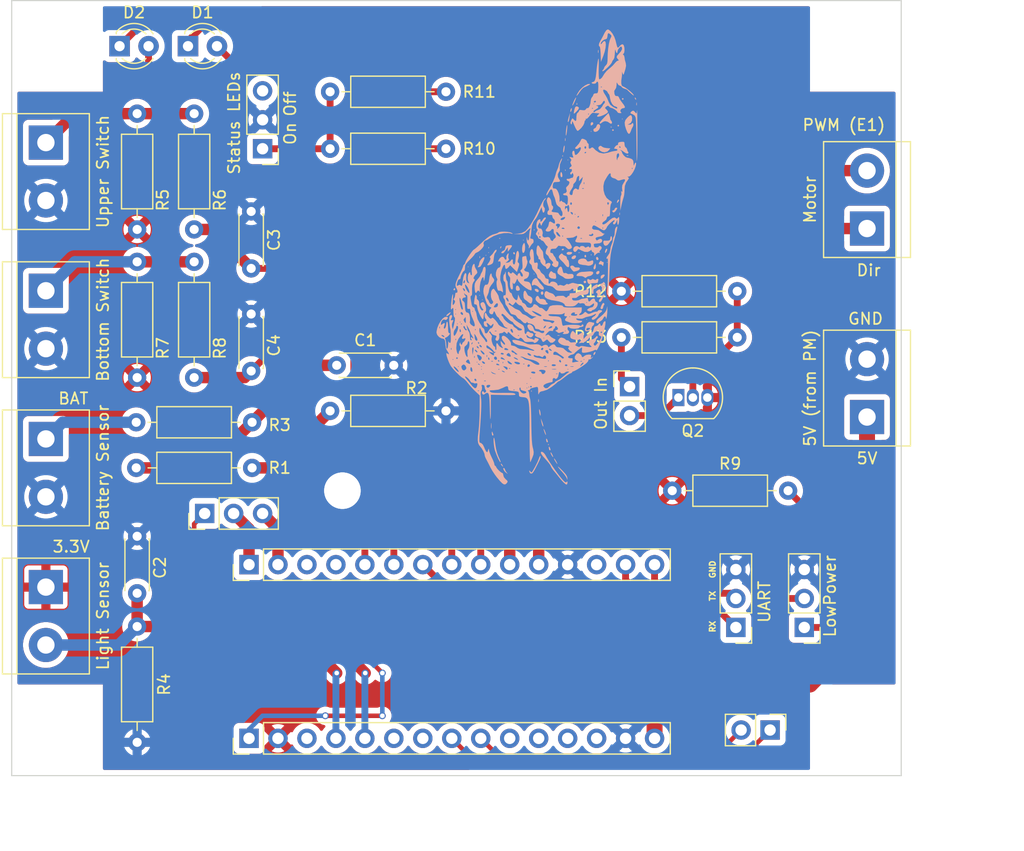
<source format=kicad_pcb>
(kicad_pcb (version 20241229) (generator "pcbnew") (generator_version "9.0")
  (title_block (date "sam. 04 avril 2015"))
  (layers (0 "F.Cu" signal) (2 "B.Cu" signal) (13 "F.Paste" user) (15 "B.Paste" user) (5 "F.SilkS" user "F.Silkscreen") (7 "B.SilkS" user "B.Silkscreen") (1 "F.Mask" user) (3 "B.Mask" user) (25 "Edge.Cuts" user))
  (net 0 "")
  (net 1 "GND")
  (net 3 "VCC")
  (net 4 "/*D9")
  (net 5 "/D8")
  (net 6 "/D7")
  (net 7 "/*D6")
  (net 8 "/*D5")
  (net 9 "/D4")
  (net 10 "+5V")
  (net 11 "/A3")
  (net 12 "/A2")
  (net 13 "/A1")
  (net 14 "/A0")
  (net 15 "/AREF")
  (net 16 "/D0{slash}RX")
  (net 17 "/D1{slash}TX")
  (net 18 "+3V3")
  (net 19 "/A7")
  (net 20 "/A6")
  (net 21 "/A5{slash}SCL")
  (net 22 "/A4{slash}SDA")
  (net 23 "/D13{slash}SCK")
  (net 24 "/D2")
  (net 25 "/*D3")
  (net 26 "/*D10{slash}SS")
  (net 27 "/*D11{slash}MOSI")
  (net 28 "/D12{slash}MISO")
  (net 29 "Net-(D1-K)")
  (net 30 "Net-(D2-K)")
  (net 31 "Net-(J3-Pin_1)")
  (net 32 "Net-(J5-Pin_1)")
  (net 33 "Net-(J6-Pin_1)")
  (net 34 "Net-(J9-Pin_1)")
  (net 35 "Net-(J10-Pin_1)")
  (net 37 "Net-(R1-Pad2)")
  (net 39 "Net-(J14-Pin_2)")
  (net 40 "Net-(J14-Pin_1)")
  (net 41 "Net-(Q2-G)")
  (footprint "TerminalBlock:TerminalBlock_bornier-2_P5.08mm" (layer "F.Cu") (at 86 59.46 -90)
    (property "Reference" "J6" (hide yes))
    (property "Value" "Bottom Switch" (at 2.54 -5 90) (layer "F.SilkS"))
    (pad "1" thru_hole rect (at 0 0 270) (size 3 3) (drill 1.52) (layers "*.Cu" "*.Mask") (net 33 "Net-(J6-Pin_1)"))
    (pad "2" thru_hole circle (at 5.08 0 270) (size 3 3) (drill 1.52) (layers "*.Cu" "*.Mask") (net 1 "GND"))
  )
  (footprint "Resistor_THT:R_Axial_DIN0207_L6.3mm_D2.5mm_P10.16mm_Horizontal" (layer "F.Cu") (at 121.08 42 180)
    (property "Reference" "R11" (at -2.92 0 0) (layer "F.SilkS"))
    (property "Value" "220")
    (pad "1" thru_hole circle (at 0 0 180) (size 1.6 1.6) (drill 0.8) (layers "*.Cu" "*.Mask") (net 30 "Net-(D2-K)"))
    (pad "2" thru_hole oval (at 10.16 0 180) (size 1.6 1.6) (drill 0.8) (layers "*.Cu" "*.Mask") (net 35 "Net-(J10-Pin_1)"))
  )
  (footprint "LED_THT:LED_D3.0mm" (layer "F.Cu") (at 98.46 38)
    (property "Reference" "D1" (at 1.27 -2.96 0) (layer "F.SilkS"))
    (property "Value" "LED")
    (pad "1" thru_hole rect (at 0 0) (size 1.8 1.8) (drill 0.9) (layers "*.Cu" "*.Mask") (net 29 "Net-(D1-K)"))
    (pad "2" thru_hole circle (at 2.54 0) (size 1.8 1.8) (drill 0.9) (layers "*.Cu" "*.Mask") (net 9 "/D4"))
  )
  (footprint "Resistor_THT:R_Axial_DIN0207_L6.3mm_D2.5mm_P10.16mm_Horizontal" (layer "F.Cu") (at 136.46 63.55)
    (property "Reference" "R13" (at -2.71 -0.05 0) (layer "F.SilkS"))
    (property "Value" "1k")
    (pad "1" thru_hole circle (at 0 0) (size 1.6 1.6) (drill 0.8) (layers "*.Cu" "*.Mask") (net 40 "Net-(J14-Pin_1)"))
    (pad "2" thru_hole oval (at 10.16 0) (size 1.6 1.6) (drill 0.8) (layers "*.Cu" "*.Mask") (net 41 "Net-(Q2-G)"))
  )
  (footprint "Connector_PinHeader_2.54mm:PinHeader_1x15_P2.54mm_Vertical" (layer "F.Cu") (at 103.81 83.49 90)
    (property "Reference" "J2" (hide yes))
    (property "Value" "Conn_01x15" (hide yes))
    (pad "1" thru_hole rect (at 0 0 90) (size 1.7 1.7) (drill 1) (layers "*.Cu" "*.Mask") (net 28 "/D12{slash}MISO"))
    (pad "2" thru_hole circle (at 0 2.54 90) (size 1.7 1.7) (drill 1) (layers "*.Cu" "*.Mask") (net 27 "/*D11{slash}MOSI"))
    (pad "3" thru_hole circle (at 0 5.08 90) (size 1.7 1.7) (drill 1) (layers "*.Cu" "*.Mask") (net 26 "/*D10{slash}SS"))
    (pad "4" thru_hole circle (at 0 7.62 90) (size 1.7 1.7) (drill 1) (layers "*.Cu" "*.Mask") (net 4 "/*D9"))
    (pad "5" thru_hole circle (at 0 10.16 90) (size 1.7 1.7) (drill 1) (layers "*.Cu" "*.Mask") (net 5 "/D8"))
    (pad "6" thru_hole circle (at 0 12.7 90) (size 1.7 1.7) (drill 1) (layers "*.Cu" "*.Mask") (net 6 "/D7"))
    (pad "7" thru_hole circle (at 0 15.24 90) (size 1.7 1.7) (drill 1) (layers "*.Cu" "*.Mask") (net 7 "/*D6"))
    (pad "8" thru_hole circle (at 0 17.78 90) (size 1.7 1.7) (drill 1) (layers "*.Cu" "*.Mask") (net 8 "/*D5"))
    (pad "9" thru_hole circle (at 0 20.32 90) (size 1.7 1.7) (drill 1) (layers "*.Cu" "*.Mask") (net 9 "/D4"))
    (pad "10" thru_hole circle (at 0 22.86 90) (size 1.7 1.7) (drill 1) (layers "*.Cu" "*.Mask") (net 25 "/*D3"))
    (pad "11" thru_hole circle (at 0 25.4 90) (size 1.7 1.7) (drill 1) (layers "*.Cu" "*.Mask") (net 24 "/D2"))
    (pad "12" thru_hole circle (at 0 27.94 90) (size 1.7 1.7) (drill 1) (layers "*.Cu" "*.Mask") (net 1 "GND"))
    (pad "13" thru_hole circle (at 0 30.48 90) (size 1.7 1.7) (drill 1) (layers "*.Cu" "*.Mask"))
    (pad "14" thru_hole circle (at 0 33.02 90) (size 1.7 1.7) (drill 1) (layers "*.Cu" "*.Mask") (net 16 "/D0{slash}RX"))
    (pad "15" thru_hole circle (at 0 35.56 90) (size 1.7 1.7) (drill 1) (layers "*.Cu" "*.Mask") (net 17 "/D1{slash}TX"))
  )
  (footprint "Resistor_THT:R_Axial_DIN0207_L6.3mm_D2.5mm_P10.16mm_Horizontal" (layer "F.Cu") (at 93.92 71)
    (property "Reference" "R3" (at 12.58 0.25 0) (layer "F.SilkS"))
    (property "Value" "1M")
    (pad "1" thru_hole circle (at 0 0) (size 1.6 1.6) (drill 0.8) (layers "*.Cu" "*.Mask") (net 31 "Net-(J3-Pin_1)"))
    (pad "2" thru_hole oval (at 10.16 0) (size 1.6 1.6) (drill 0.8) (layers "*.Cu" "*.Mask") (net 13 "/A1"))
  )
  (footprint "Resistor_THT:R_Axial_DIN0207_L6.3mm_D2.5mm_P10.16mm_Horizontal" (layer "F.Cu") (at 136.46 59.5)
    (property "Reference" "R12" (at -2.71 0 0) (layer "F.SilkS"))
    (property "Value" "10k")
    (pad "1" thru_hole circle (at 0 0) (size 1.6 1.6) (drill 0.8) (layers "*.Cu" "*.Mask") (net 18 "+3V3"))
    (pad "2" thru_hole oval (at 10.16 0) (size 1.6 1.6) (drill 0.8) (layers "*.Cu" "*.Mask") (net 41 "Net-(Q2-G)"))
  )
  (footprint "Connector_PinHeader_2.54mm:PinHeader_1x03_P2.54mm_Vertical" (layer "F.Cu") (at 99.92 79 90)
    (property "Reference" "J12" (hide yes))
    (property "Value" "SPI")
    (pad "1" thru_hole rect (at 0 0 90) (size 1.7 1.7) (drill 1) (layers "*.Cu" "*.Mask") (net 23 "/D13{slash}SCK"))
    (pad "2" thru_hole circle (at 0 2.54 90) (size 1.7 1.7) (drill 1) (layers "*.Cu" "*.Mask") (net 28 "/D12{slash}MISO"))
    (pad "3" thru_hole circle (at 0 5.08 90) (size 1.7 1.7) (drill 1) (layers "*.Cu" "*.Mask") (net 27 "/*D11{slash}MOSI"))
  )
  (footprint "Resistor_THT:R_Axial_DIN0207_L6.3mm_D2.5mm_P10.16mm_Horizontal" (layer "F.Cu") (at 121.08 47 180)
    (property "Reference" "R10" (at -2.92 0 0) (layer "F.SilkS"))
    (property "Value" "220")
    (pad "1" thru_hole circle (at 0 0 180) (size 1.6 1.6) (drill 0.8) (layers "*.Cu" "*.Mask") (net 29 "Net-(D1-K)"))
    (pad "2" thru_hole oval (at 10.16 0 180) (size 1.6 1.6) (drill 0.8) (layers "*.Cu" "*.Mask") (net 35 "Net-(J10-Pin_1)"))
  )
  (footprint "Resistor_THT:R_Axial_DIN0207_L6.3mm_D2.5mm_P10.16mm_Horizontal" (layer "F.Cu") (at 99 43.92 -90)
    (property "Reference" "R6" (at 7.58 -2.25 90) (layer "F.SilkS"))
    (property "Value" "100k")
    (pad "1" thru_hole circle (at 0 0 270) (size 1.6 1.6) (drill 0.8) (layers "*.Cu" "*.Mask") (net 32 "Net-(J5-Pin_1)"))
    (pad "2" thru_hole oval (at 10.16 0 270) (size 1.6 1.6) (drill 0.8) (layers "*.Cu" "*.Mask") (net 6 "/D7"))
  )
  (footprint "MountingHole:MountingHole_3.2mm_M3" (layer "F.Cu") (at 157 38)
    (property "Reference" "H2" (hide yes))
    (property "Value" "MountingHole" (hide yes))
    (pad "" np_thru_hole circle (at 0 0) (size 3.2 3.2) (drill 3.2) (layers "*.Cu" "*.Mask"))
  )
  (footprint "MountingHole:MountingHole_3.2mm_M3" (layer "F.Cu") (at 87 38)
    (property "Reference" "H1" (hide yes))
    (property "Value" "MountingHole" (hide yes))
    (pad "" np_thru_hole circle (at 0 0) (size 3.2 3.2) (drill 3.2) (layers "*.Cu" "*.Mask"))
  )
  (footprint "TerminalBlock:TerminalBlock_bornier-2_P5.08mm" (layer "F.Cu") (at 158 54 90)
    (property "Reference" "J7" (hide yes))
    (property "Value" "Motor" (at 2.54 -5 90) (layer "F.SilkS"))
    (pad "1" thru_hole rect (at 0 0 90) (size 3 3) (drill 1.52) (layers "*.Cu" "*.Mask") (net 24 "/D2"))
    (pad "2" thru_hole circle (at 5.08 0 90) (size 3 3) (drill 1.52) (layers "*.Cu" "*.Mask") (net 25 "/*D3"))
  )
  (footprint "Resistor_THT:R_Axial_DIN0207_L6.3mm_D2.5mm_P10.16mm_Horizontal" (layer "F.Cu") (at 93.92 75)
    (property "Reference" "R1" (at 12.58 0 0) (layer "F.SilkS"))
    (property "Value" "1M")
    (pad "1" thru_hole circle (at 0 0) (size 1.6 1.6) (drill 0.8) (layers "*.Cu" "*.Mask") (net 13 "/A1"))
    (pad "2" thru_hole oval (at 10.16 0) (size 1.6 1.6) (drill 0.8) (layers "*.Cu" "*.Mask") (net 37 "Net-(R1-Pad2)"))
  )
  (footprint "MountingHole:MountingHole_3.2mm_M3" (layer "F.Cu") (at 87 98)
    (property "Reference" "H4" (hide yes))
    (property "Value" "MountingHole" (hide yes))
    (pad "" np_thru_hole circle (at 0 0) (size 3.2 3.2) (drill 3.2) (layers "*.Cu" "*.Mask"))
  )
  (footprint "Capacitor_THT:C_Disc_D4.3mm_W1.9mm_P5.00mm" (layer "F.Cu") (at 94 86 90)
    (property "Reference" "C2" (at 2.25 2 90) (layer "F.SilkS"))
    (property "Value" "100n")
    (pad "1" thru_hole circle (at 0 0 90) (size 1.6 1.6) (drill 0.8) (layers "*.Cu" "*.Mask") (net 14 "/A0"))
    (pad "2" thru_hole circle (at 5 0 90) (size 1.6 1.6) (drill 0.8) (layers "*.Cu" "*.Mask") (net 1 "GND"))
  )
  (footprint "Resistor_THT:R_Axial_DIN0207_L6.3mm_D2.5mm_P10.16mm_Horizontal" (layer "F.Cu") (at 99 56.92 -90)
    (property "Reference" "R8" (at 7.58 -2.25 90) (layer "F.SilkS"))
    (property "Value" "100k")
    (pad "1" thru_hole circle (at 0 0 270) (size 1.6 1.6) (drill 0.8) (layers "*.Cu" "*.Mask") (net 33 "Net-(J6-Pin_1)"))
    (pad "2" thru_hole oval (at 10.16 0 270) (size 1.6 1.6) (drill 0.8) (layers "*.Cu" "*.Mask") (net 5 "/D8"))
  )
  (footprint "TerminalBlock:TerminalBlock_bornier-2_P5.08mm" (layer "F.Cu") (at 86 85.46 -90)
    (property "Reference" "J4" (hide yes))
    (property "Value" "Light Sensor" (at 2.54 -5 90) (layer "F.SilkS"))
    (pad "1" thru_hole rect (at 0 0 270) (size 3 3) (drill 1.52) (layers "*.Cu" "*.Mask") (net 18 "+3V3"))
    (pad "2" thru_hole circle (at 5.08 0 270) (size 3 3) (drill 1.52) (layers "*.Cu" "*.Mask") (net 14 "/A0"))
  )
  (footprint "Capacitor_THT:C_Disc_D4.3mm_W1.9mm_P5.00mm" (layer "F.Cu") (at 104 57.5 90)
    (property "Reference" "C3" (at 2.5 2 90) (layer "F.SilkS"))
    (property "Value" "1u")
    (pad "1" thru_hole circle (at 0 0 90) (size 1.6 1.6) (drill 0.8) (layers "*.Cu" "*.Mask") (net 6 "/D7"))
    (pad "2" thru_hole circle (at 5 0 90) (size 1.6 1.6) (drill 0.8) (layers "*.Cu" "*.Mask") (net 1 "GND"))
  )
  (footprint "Capacitor_THT:C_Disc_D4.3mm_W1.9mm_P5.00mm" (layer "F.Cu") (at 104 66.5 90)
    (property "Reference" "C4" (at 2.25 2 90) (layer "F.SilkS"))
    (property "Value" "1u")
    (pad "1" thru_hole circle (at 0 0 90) (size 1.6 1.6) (drill 0.8) (layers "*.Cu" "*.Mask") (net 5 "/D8"))
    (pad "2" thru_hole circle (at 5 0 90) (size 1.6 1.6) (drill 0.8) (layers "*.Cu" "*.Mask") (net 1 "GND"))
  )
  (footprint "MountingHole:MountingHole_3.2mm_M3" (layer "F.Cu") (at 112 77)
    (property "Reference" "H5" (hide yes))
    (property "Value" "MountingHole" (hide yes))
    (pad "" np_thru_hole circle (at 0 0) (size 3.2 3.2) (drill 3.2) (layers "*.Cu" "*.Mask"))
  )
  (footprint "Connector_PinHeader_2.54mm:PinHeader_1x03_P2.54mm_Vertical" (layer "F.Cu") (at 152.5 89 180)
    (property "Reference" "J9" (hide yes))
    (property "Value" "LowPower" (at -2.25 2.75 90) (layer "F.SilkS"))
    (pad "1" thru_hole rect (at 0 0 180) (size 1.7 1.7) (drill 1) (layers "*.Cu" "*.Mask") (net 34 "Net-(J9-Pin_1)"))
    (pad "2" thru_hole circle (at 0 2.54 180) (size 1.7 1.7) (drill 1) (layers "*.Cu" "*.Mask") (net 7 "/*D6"))
    (pad "3" thru_hole circle (at 0 5.08 180) (size 1.7 1.7) (drill 1) (layers "*.Cu" "*.Mask") (net 1 "GND"))
  )
  (footprint "TerminalBlock:TerminalBlock_bornier-2_P5.08mm" (layer "F.Cu") (at 86 46.46 -90)
    (property "Reference" "J5" (hide yes))
    (property "Value" "Upper Switch" (at 2.54 -5 90) (layer "F.SilkS"))
    (pad "1" thru_hole rect (at 0 0 270) (size 3 3) (drill 1.52) (layers "*.Cu" "*.Mask") (net 32 "Net-(J5-Pin_1)"))
    (pad "2" thru_hole circle (at 5.08 0 270) (size 3 3) (drill 1.52) (layers "*.Cu" "*.Mask") (net 1 "GND"))
  )
  (footprint "TerminalBlock:TerminalBlock_bornier-2_P5.08mm" (layer "F.Cu") (at 86 72.46 -90)
    (property "Reference" "J3" (hide yes))
    (property "Value" "Battery Sensor" (at 2.54 -5 90) (layer "F.SilkS"))
    (pad "1" thru_hole rect (at 0 0 270) (size 3 3) (drill 1.52) (layers "*.Cu" "*.Mask") (net 31 "Net-(J3-Pin_1)"))
    (pad "2" thru_hole circle (at 5.08 0 270) (size 3 3) (drill 1.52) (layers "*.Cu" "*.Mask") (net 1 "GND"))
  )
  (footprint "Resistor_THT:R_Axial_DIN0207_L6.3mm_D2.5mm_P10.16mm_Horizontal" (layer "F.Cu") (at 140.92 77)
    (property "Reference" "R9" (at 5.08 -2.37 0) (layer "F.SilkS"))
    (property "Value" "100k")
    (pad "1" thru_hole circle (at 0 0) (size 1.6 1.6) (drill 0.8) (layers "*.Cu" "*.Mask") (net 18 "+3V3"))
    (pad "2" thru_hole oval (at 10.16 0) (size 1.6 1.6) (drill 0.8) (layers "*.Cu" "*.Mask") (net 34 "Net-(J9-Pin_1)"))
  )
  (footprint "Capacitor_THT:C_Disc_D4.3mm_W1.9mm_P5.00mm" (layer "F.Cu") (at 111.5 66)
    (property "Reference" "C1" (at 2.5 -2.2 0) (layer "F.SilkS"))
    (property "Value" "100n")
    (pad "1" thru_hole circle (at 0 0) (size 1.6 1.6) (drill 0.8) (layers "*.Cu" "*.Mask") (net 13 "/A1"))
    (pad "2" thru_hole circle (at 5 0) (size 1.6 1.6) (drill 0.8) (layers "*.Cu" "*.Mask") (net 1 "GND"))
  )
  (footprint "LED_THT:LED_D3.0mm" (layer "F.Cu") (at 92.46 38)
    (property "Reference" "D2" (at 1.27 -2.96 0) (layer "F.SilkS"))
    (property "Value" "LED")
    (pad "1" thru_hole rect (at 0 0) (size 1.8 1.8) (drill 0.9) (layers "*.Cu" "*.Mask") (net 30 "Net-(D2-K)"))
    (pad "2" thru_hole circle (at 2.54 0) (size 1.8 1.8) (drill 0.9) (layers "*.Cu" "*.Mask") (net 8 "/*D5"))
  )
  (footprint "Connector_PinHeader_2.54mm:PinHeader_1x15_P2.54mm_Vertical" (layer "F.Cu") (at 103.81 98.73 90)
    (property "Reference" "J1" (hide yes))
    (property "Value" "Conn_01x15" (hide yes))
    (pad "1" thru_hole rect (at 0 0 90) (size 1.7 1.7) (drill 1) (layers "*.Cu" "*.Mask") (net 23 "/D13{slash}SCK"))
    (pad "2" thru_hole circle (at 0 2.54 90) (size 1.7 1.7) (drill 1) (layers "*.Cu" "*.Mask") (net 18 "+3V3"))
    (pad "3" thru_hole circle (at 0 5.08 90) (size 1.7 1.7) (drill 1) (layers "*.Cu" "*.Mask") (net 15 "/AREF"))
    (pad "4" thru_hole circle (at 0 7.62 90) (size 1.7 1.7) (drill 1) (layers "*.Cu" "*.Mask") (net 14 "/A0"))
    (pad "5" thru_hole circle (at 0 10.16 90) (size 1.7 1.7) (drill 1) (layers "*.Cu" "*.Mask") (net 13 "/A1"))
    (pad "6" thru_hole circle (at 0 12.7 90) (size 1.7 1.7) (drill 1) (layers "*.Cu" "*.Mask") (net 12 "/A2"))
    (pad "7" thru_hole circle (at 0 15.24 90) (size 1.7 1.7) (drill 1) (layers "*.Cu" "*.Mask") (net 11 "/A3"))
    (pad "8" thru_hole circle (at 0 17.78 90) (size 1.7 1.7) (drill 1) (layers "*.Cu" "*.Mask") (net 22 "/A4{slash}SDA"))
    (pad "9" thru_hole circle (at 0 20.32 90) (size 1.7 1.7) (drill 1) (layers "*.Cu" "*.Mask") (net 21 "/A5{slash}SCL"))
    (pad "10" thru_hole circle (at 0 22.86 90) (size 1.7 1.7) (drill 1) (layers "*.Cu" "*.Mask") (net 20 "/A6"))
    (pad "11" thru_hole circle (at 0 25.4 90) (size 1.7 1.7) (drill 1) (layers "*.Cu" "*.Mask") (net 19 "/A7"))
    (pad "12" thru_hole circle (at 0 27.94 90) (size 1.7 1.7) (drill 1) (layers "*.Cu" "*.Mask") (net 10 "+5V"))
    (pad "13" thru_hole circle (at 0 30.48 90) (size 1.7 1.7) (drill 1) (layers "*.Cu" "*.Mask"))
    (pad "14" thru_hole circle (at 0 33.02 90) (size 1.7 1.7) (drill 1) (layers "*.Cu" "*.Mask") (net 1 "GND"))
    (pad "15" thru_hole circle (at 0 35.56 90) (size 1.7 1.7) (drill 1) (layers "*.Cu" "*.Mask") (net 3 "VCC"))
  )
  (footprint "Connector_PinHeader_2.54mm:PinHeader_1x02_P2.54mm_Vertical" (layer "F.Cu") (at 149.5 98 -90)
    (property "Reference" "J13" (hide yes))
    (property "Value" "Conn_01x02" (hide yes))
    (pad "1" thru_hole rect (at 0 0 270) (size 1.7 1.7) (drill 1) (layers "*.Cu" "*.Mask") (net 22 "/A4{slash}SDA"))
    (pad "2" thru_hole circle (at 0 2.54 270) (size 1.7 1.7) (drill 1) (layers "*.Cu" "*.Mask") (net 21 "/A5{slash}SCL"))
  )
  (footprint "Package_TO_SOT_THT:TO-92_Inline" (layer "F.Cu") (at 141.46 68.83)
    (property "Reference" "Q2" (at 1.27 2.92 0) (layer "F.SilkS"))
    (property "Value" "BS250")
    (pad "1" thru_hole rect (at 0 0) (size 1.05 1.5) (drill 0.75) (layers "*.Cu" "*.Mask") (net 39 "Net-(J14-Pin_2)"))
    (pad "2" thru_hole oval (at 1.27 0) (size 1.05 1.5) (drill 0.75) (layers "*.Cu" "*.Mask") (net 41 "Net-(Q2-G)"))
    (pad "3" thru_hole oval (at 2.54 0) (size 1.05 1.5) (drill 0.75) (layers "*.Cu" "*.Mask") (net 18 "+3V3"))
  )
  (footprint "Resistor_THT:R_Axial_DIN0207_L6.3mm_D2.5mm_P10.16mm_Horizontal" (layer "F.Cu") (at 94 54.08 90)
    (property "Reference" "R5" (at 2.58 2.25 90) (layer "F.SilkS"))
    (property "Value" "100k")
    (pad "1" thru_hole circle (at 0 0 90) (size 1.6 1.6) (drill 0.8) (layers "*.Cu" "*.Mask") (net 18 "+3V3"))
    (pad "2" thru_hole oval (at 10.16 0 90) (size 1.6 1.6) (drill 0.8) (layers "*.Cu" "*.Mask") (net 32 "Net-(J5-Pin_1)"))
  )
  (footprint "Resistor_THT:R_Axial_DIN0207_L6.3mm_D2.5mm_P10.16mm_Horizontal" (layer "F.Cu") (at 94 88.92 -90)
    (property "Reference" "R4" (at 5.08 -2.37 90) (layer "F.SilkS"))
    (property "Value" "47k")
    (pad "1" thru_hole circle (at 0 0 270) (size 1.6 1.6) (drill 0.8) (layers "*.Cu" "*.Mask") (net 14 "/A0"))
    (pad "2" thru_hole oval (at 10.16 0 270) (size 1.6 1.6) (drill 0.8) (layers "*.Cu" "*.Mask") (net 1 "GND"))
  )
  (footprint "Connector_PinHeader_2.54mm:PinHeader_1x03_P2.54mm_Vertical" (layer "F.Cu") (at 105 47 180)
    (property "Reference" "J10" (hide yes))
    (property "Value" "Status LEDs" (at 2.5 2.25 90) (layer "F.SilkS"))
    (pad "1" thru_hole rect (at 0 0 180) (size 1.7 1.7) (drill 1) (layers "*.Cu" "*.Mask") (net 35 "Net-(J10-Pin_1)"))
    (pad "2" thru_hole circle (at 0 2.54 180) (size 1.7 1.7) (drill 1) (layers "*.Cu" "*.Mask") (net 1 "GND"))
    (pad "3" thru_hole circle (at 0 5.08 180) (size 1.7 1.7) (drill 1) (layers "*.Cu" "*.Mask"))
  )
  (footprint "Connector_PinHeader_2.54mm:PinHeader_1x02_P2.54mm_Vertical" (layer "F.Cu") (at 137.18 67.87)
    (property "Reference" "J14" (hide yes))
    (property "Value" "Conn_01x02" (hide yes))
    (pad "1" thru_hole rect (at 0 0) (size 1.7 1.7) (drill 1) (layers "*.Cu" "*.Mask") (net 40 "Net-(J14-Pin_1)"))
    (pad "2" thru_hole circle (at 0 2.54) (size 1.7 1.7) (drill 1) (layers "*.Cu" "*.Mask") (net 39 "Net-(J14-Pin_2)"))
  )
  (footprint "Resistor_THT:R_Axial_DIN0207_L6.3mm_D2.5mm_P10.16mm_Horizontal" (layer "F.Cu") (at 94 67.08 90)
    (property "Reference" "R7" (at 2.58 2.25 90) (layer "F.SilkS"))
    (property "Value" "100k")
    (pad "1" thru_hole circle (at 0 0 90) (size 1.6 1.6) (drill 0.8) (layers "*.Cu" "*.Mask") (net 18 "+3V3"))
    (pad "2" thru_hole oval (at 10.16 0 90) (size 1.6 1.6) (drill 0.8) (layers "*.Cu" "*.Mask") (net 33 "Net-(J6-Pin_1)"))
  )
  (footprint "TerminalBlock:TerminalBlock_bornier-2_P5.08mm" (layer "F.Cu") (at 158 70.54 90)
    (property "Reference" "J8" (hide yes))
    (property "Value" "5V (from PM)" (at 2.54 -5 90) (layer "F.SilkS"))
    (pad "1" thru_hole rect (at 0 0 90) (size 3 3) (drill 1.52) (layers "*.Cu" "*.Mask") (net 3 "VCC"))
    (pad "2" thru_hole circle (at 5.08 0 90) (size 3 3) (drill 1.52) (layers "*.Cu" "*.Mask") (net 1 "GND"))
  )
  (footprint "MountingHole:MountingHole_3.2mm_M3" (layer "F.Cu") (at 157 98)
    (property "Reference" "H3" (hide yes))
    (property "Value" "MountingHole" (hide yes))
    (pad "" np_thru_hole circle (at 0 0) (size 3.2 3.2) (drill 3.2) (layers "*.Cu" "*.Mask"))
  )
  (footprint "Connector_PinHeader_2.54mm:PinHeader_1x03_P2.54mm_Vertical" (layer "F.Cu") (at 146.5 89 180)
    (property "Reference" "J11" (hide yes))
    (property "Value" "UART" (at -2.5 2.25 90) (layer "F.SilkS"))
    (pad "1" thru_hole rect (at 0 0 180) (size 1.7 1.7) (drill 1) (layers "*.Cu" "*.Mask") (net 16 "/D0{slash}RX"))
    (pad "2" thru_hole circle (at 0 2.54 180) (size 1.7 1.7) (drill 1) (layers "*.Cu" "*.Mask") (net 17 "/D1{slash}TX"))
    (pad "3" thru_hole circle (at 0 5.08 180) (size 1.7 1.7) (drill 1) (layers "*.Cu" "*.Mask") (net 1 "GND"))
  )
  (footprint "Resistor_THT:R_Axial_DIN0207_L6.3mm_D2.5mm_P10.16mm_Horizontal" (layer "F.Cu") (at 110.92 70)
    (property "Reference" "R2" (at 7.58 -2 0) (layer "F.SilkS"))
    (property "Value" "1M")
    (pad "1" thru_hole circle (at 0 0) (size 1.6 1.6) (drill 0.8) (layers "*.Cu" "*.Mask") (net 37 "Net-(R1-Pad2)"))
    (pad "2" thru_hole oval (at 10.16 0) (size 1.6 1.6) (drill 0.8) (layers "*.Cu" "*.Mask") (net 1 "GND"))
  )
  (footprint "LOGO" (layer "B.Cu") (at 129 56.54 180)
    (property "Reference" "G***" (hide yes))
    (property "Value" "LOGO" (hide yes))
  )
  (gr_line (start 83 34) (end 161 34) (stroke (width 0.1)) (layer "Edge.Cuts"))
  (gr_line (start 161 34) (end 161 102) (stroke (width 0.1)) (layer "Edge.Cuts"))
  (gr_line (start 83 102) (end 83 34) (stroke (width 0.1)) (layer "Edge.Cuts"))
  (gr_line (start 161 102) (end 83 102) (stroke (width 0.1)) (layer "Edge.Cuts"))
  (gr_text "RX" (at 144.75 89.5 90) (layer "F.SilkS") (effects (font (size 0.5 0.5) (thickness 0.125)) (justify left bottom)))
  (gr_text "GND" (at 144.75 84.75 90) (layer "F.SilkS") (effects (font (size 0.5 0.5) (thickness 0.125)) (justify left bottom)))
  (gr_text "Off" (at 108 44.25 90) (layer "F.SilkS") (effects (font (size 1 1)) (justify left bottom)))
  (gr_text "BAT" (at 87 69.5 0) (layer "F.SilkS") (effects (font (size 1 1)) (justify left bottom)))
  (gr_text "On" (at 108 46.75 90) (layer "F.SilkS") (effects (font (size 1 1)) (justify left bottom)))
  (gr_text "3.3V" (at 86.5 82.5 0) (layer "F.SilkS") (effects (font (size 1 1)) (justify left bottom)))
  (gr_text "TX" (at 144.75 86.75 90) (layer "F.SilkS") (effects (font (size 0.5 0.5) (thickness 0.125)) (justify left bottom)))
  (gr_text "Out" (at 135.25 71.75 90) (layer "F.SilkS") (effects (font (size 1 1)) (justify left bottom)))
  (gr_text "GND" (at 156.25 62.5 0) (layer "F.SilkS") (effects (font (size 1 1)) (justify left bottom)))
  (gr_text "5V" (at 157 74.75 0) (layer "F.SilkS") (effects (font (size 1 1)) (justify left bottom)))
  (gr_text "In" (at 135.25 68.5 90) (layer "F.SilkS") (effects (font (size 1 1)) (justify left bottom)))
  (gr_text "PWM (E1)" (at 152.25 45.5 0) (layer "F.SilkS") (effects (font (size 1 1)) (justify left bottom)))
  (gr_text "Dir" (at 157 58.25 0) (layer "F.SilkS") (effects (font (size 1 1)) (justify left bottom)))
  (segment (start 158 89) (end 158 70.54) (width 1.4) (layer "F.Cu") (net 3))
  (segment (start 141 94) (end 153 94) (width 1.4) (layer "F.Cu") (net 3))
  (segment (start 153 94) (end 158 89) (width 1.4) (layer "F.Cu") (net 3))
  (segment (start 139.37 98.73) (end 139.37 95.63) (width 1.4) (layer "F.Cu") (net 3))
  (segment (start 139.37 95.63) (end 141 94) (width 1.4) (layer "F.Cu") (net 3))
  (segment (start 113.97 82.03) (end 114 82) (width 0.6) (layer "F.Cu") (net 5))
  (segment (start 117 75) (end 113 71) (width 0.6) (layer "F.Cu") (net 5))
  (segment (start 113.97 83.49) (end 113.97 82.03) (width 0.6) (layer "F.Cu") (net 5))
  (segment (start 99 67.08) (end 103.42 67.08) (width 1) (layer "F.Cu") (net 5))
  (segment (start 117 78) (end 117 75) (width 0.6) (layer "F.Cu") (net 5))
  (segment (start 106.5 64) (end 104 66.5) (width 0.6) (layer "F.Cu") (net 5))
  (segment (start 112 64) (end 106.5 64) (width 0.6) (layer "F.Cu") (net 5))
  (segment (start 113 65) (end 112 64) (width 0.6) (layer "F.Cu") (net 5))
  (segment (start 114 81) (end 117 78) (width 0.6) (layer "F.Cu") (net 5))
  (segment (start 114 82) (end 114 81) (width 0.6) (layer "F.Cu") (net 5))
  (segment (start 113 71) (end 113 65) (width 0.6) (layer "F.Cu") (net 5))
  (segment (start 103.42 67.08) (end 104 66.5) (width 1) (layer "F.Cu") (net 5))
  (segment (start 114.5 70) (end 114.5 64.5) (width 0.6) (layer "F.Cu") (net 6))
  (segment (start 107.5 57.5) (end 104 57.5) (width 0.6) (layer "F.Cu") (net 6))
  (segment (start 118.5 79.5) (end 118.5 74) (width 0.6) (layer "F.Cu") (net 6))
  (segment (start 116.51 83.49) (end 116.51 81.49) (width 0.6) (layer "F.Cu") (net 6))
  (segment (start 114.5 64.5) (end 107.5 57.5) (width 0.6) (layer "F.Cu") (net 6))
  (segment (start 100.58 54.08) (end 104 57.5) (width 1) (layer "F.Cu") (net 6))
  (segment (start 99 54.08) (end 100.58 54.08) (width 1) (layer "F.Cu") (net 6))
  (segment (start 116.51 81.49) (end 118.5 79.5) (width 0.6) (layer "F.Cu") (net 6))
  (segment (start 118.5 74) (end 114.5 70) (width 0.6) (layer "F.Cu") (net 6))
  (segment (start 149.5 90) (end 148.5 91) (width 0.6) (layer "F.Cu") (net 7))
  (segment (start 138.5 88.5) (end 135.5 85.5) (width 0.6) (layer "F.Cu") (net 7))
  (segment (start 145 91) (end 142.5 88.5) (width 0.6) (layer "F.Cu") (net 7))
  (segment (start 148.5 91) (end 145 91) (width 0.6) (layer "F.Cu") (net 7))
  (segment (start 121.06 85.5) (end 119.05 83.49) (width 0.6) (layer "F.Cu") (net 7))
  (segment (start 149.5 88) (end 149.5 90) (width 0.6) (layer "F.Cu") (net 7))
  (segment (start 151.04 86.46) (end 149.5 88) (width 0.6) (layer "F.Cu") (net 7))
  (segment (start 135.5 85.5) (end 121.06 85.5) (width 0.6) (layer "F.Cu") (net 7))
  (segment (start 142.5 88.5) (end 138.5 88.5) (width 0.6) (layer "F.Cu") (net 7))
  (segment (start 152.5 86.46) (end 151.04 86.46) (width 0.6) (layer "F.Cu") (net 7))
  (segment (start 101 49) (end 101 42) (width 0.6) (layer "F.Cu") (net 8))
  (segment (start 101 42) (end 100 41) (width 0.6) (layer "F.Cu") (net 8))
  (segment (start 121.59 78.41) (end 123.5 76.5) (width 0.6) (layer "F.Cu") (net 8))
  (segment (start 123.5 76.5) (end 123.5 58.5) (width 0.6) (layer "F.Cu") (net 8))
  (segment (start 100 41) (end 96 41) (width 0.6) (layer "F.Cu") (net 8))
  (segment (start 103 51) (end 101 49) (width 0.6) (layer "F.Cu") (net 8))
  (segment (start 116 51) (end 103 51) (width 0.6) (layer "F.Cu") (net 8))
  (segment (start 121.59 83.49) (end 121.59 78.41) (width 0.6) (layer "F.Cu") (net 8))
  (segment (start 95 40) (end 95 38) (width 0.6) (layer "F.Cu") (net 8))
  (segment (start 123.5 58.5) (end 116 51) (width 0.6) (layer "F.Cu") (net 8))
  (segment (start 96 41) (end 95 40) (width 0.6) (layer "F.Cu") (net 8))
  (segment (start 117 50) (end 125 58) (width 0.6) (layer "F.Cu") (net 9))
  (segment (start 103 49) (end 104 50) (width 0.6) (layer "F.Cu") (net 9))
  (segment (start 125 77) (end 124.13 77.87) (width 0.6) (layer "F.Cu") (net 9))
  (segment (start 103 40) (end 103 49) (width 0.6) (layer "F.Cu") (net 9))
  (segment (start 125 58) (end 125 77) (width 0.6) (layer "F.Cu") (net 9))
  (segment (start 104 50) (end 117 50) (width 0.6) (layer "F.Cu") (net 9))
  (segment (start 101 38) (end 103 40) (width 0.6) (layer "F.Cu") (net 9))
  (segment (start 124.13 77.87) (end 124.13 83.49) (width 0.6) (layer "F.Cu") (net 9))
  (segment (start 97 75) (end 97 85) (width 1) (layer "F.Cu") (net 13))
  (segment (start 99.5 87.5) (end 108.5 87.5) (width 1) (layer "F.Cu") (net 13))
  (segment (start 97 75) (end 100.08 75) (width 1) (layer "F.Cu") (net 13))
  (segment (start 100.08 75) (end 104.08 71) (width 1) (layer "F.Cu") (net 13))
  (segment (start 109.08 66) (end 104.08 71) (width 1) (layer "F.Cu") (net 13))
  (segment (start 93.92 75) (end 97 75) (width 1) (layer "F.Cu") (net 13))
  (segment (start 97 85) (end 99.5 87.5) (width 1) (layer "F.Cu") (net 13))
  (segment (start 108.5 87.5) (end 114 93) (width 1) (layer "F.Cu") (net 13))
  (segment (start 111.5 66) (end 109.08 66) (width 1) (layer "F.Cu") (net 13))
  (via (at 114 93) (size 0.6) (drill 0.4) (layers "F.Cu" "B.Cu") (net 13))
  (segment (start 113.97 98.73) (end 113.97 93.03) (width 0.6) (layer "B.Cu") (net 13))
  (segment (start 113.97 93.03) (end 114 93) (width 0.6) (layer "B.Cu") (net 13))
  (segment (start 94 88.92) (end 107.42 88.92) (width 1) (layer "F.Cu") (net 14))
  (segment (start 94 86) (end 94 88.92) (width 1) (layer "F.Cu") (net 14))
  (segment (start 107.42 88.92) (end 111.5 93) (width 1) (layer "F.Cu") (net 14))
  (via (at 111.5 93) (size 0.6) (drill 0.4) (layers "F.Cu" "B.Cu") (net 14))
  (segment (start 86 90.54) (end 92.38 90.54) (width 1) (layer "B.Cu") (net 14))
  (segment (start 92.38 90.54) (end 94 88.92) (width 1) (layer "B.Cu") (net 14))
  (segment (start 111.43 98.73) (end 111.43 93.07) (width 0.6) (layer "B.Cu") (net 14))
  (segment (start 111.43 93.07) (end 111.5 93) (width 0.6) (layer "B.Cu") (net 14))
  (segment (start 136.83 83.49) (end 136.83 84.83) (width 0.6) (layer "F.Cu") (net 16))
  (segment (start 145 87.5) (end 146.5 89) (width 0.6) (layer "F.Cu") (net 16))
  (segment (start 136.83 84.83) (end 139.5 87.5) (width 0.6) (layer "F.Cu") (net 16))
  (segment (start 139.5 87.5) (end 145 87.5) (width 0.6) (layer "F.Cu") (net 16))
  (segment (start 139.37 83.49) (end 139.37 84.87) (width 0.6) (layer "F.Cu") (net 17))
  (segment (start 139.37 84.87) (end 140.5 86) (width 0.6) (layer "F.Cu") (net 17))
  (segment (start 140.5 86) (end 146.04 86) (width 0.6) (layer "F.Cu") (net 17))
  (segment (start 146.04 86) (end 146.5 86.46) (width 0.6) (layer "F.Cu") (net 17))
  (segment (start 124.13 98.73) (end 125.65 100.25) (width 0.4) (layer "F.Cu") (net 21))
  (segment (start 125.65 100.25) (end 144.71 100.25) (width 0.4) (layer "F.Cu") (net 21))
  (segment (start 144.71 100.25) (end 146.96 98) (width 0.4) (layer "F.Cu") (net 21))
  (segment (start 123.711 100.851) (end 146.649 100.851) (width 0.4) (layer "F.Cu") (net 22))
  (segment (start 146.649 100.851) (end 149.5 98) (width 0.4) (layer "F.Cu") (net 22))
  (segment (start 121.59 98.73) (end 123.711 100.851) (width 0.4) (layer "F.Cu") (net 22))
  (segment (start 99 79.92) (end 99.92 79) (width 0.4) (layer "F.Cu") (net 23))
  (segment (start 110.5 96.75) (end 115.5 96.75) (width 0.4) (layer "F.Cu") (net 23))
  (segment (start 108.5 86) (end 115.5 93) (width 0.4) (layer "F.Cu") (net 23))
  (segment (start 108.5 86) (end 100.5 86) (width 0.4) (layer "F.Cu") (net 23))
  (segment (start 100.5 86) (end 99 84.5) (width 0.4) (layer "F.Cu") (net 23))
  (segment (start 99 84.5) (end 99 79.92) (width 0.4) (layer "F.Cu") (net 23))
  (via (at 115.5 96.75) (size 0.6) (drill 0.4) (layers "F.Cu" "B.Cu") (net 23))
  (via (at 115.5 93) (size 0.6) (drill 0.4) (layers "F.Cu" "B.Cu") (net 23))
  (via (at 110.5 96.75) (size 0.6) (drill 0.4) (layers "F.Cu" "B.Cu") (net 23))
  (segment (start 103.81 97.94) (end 105 96.75) (width 0.4) (layer "B.Cu") (net 23))
  (segment (start 103.81 98.73) (end 103.81 97.94) (width 0.4) (layer "B.Cu") (net 23))
  (segment (start 105 96.75) (end 110.5 96.75) (width 0.4) (layer "B.Cu") (net 23))
  (segment (start 115.5 96.75) (end 115.5 93) (width 0.4) (layer "B.Cu") (net 23))
  (segment (start 130 78.5) (end 130 59.5) (width 1) (layer "F.Cu") (net 24))
  (segment (start 135.5 54) (end 158 54) (width 1) (layer "F.Cu") (net 24))
  (segment (start 130 59.5) (end 135.5 54) (width 1) (layer "F.Cu") (net 24))
  (segment (start 129.21 83.49) (end 129.21 79.29) (width 1) (layer "F.Cu") (net 24))
  (segment (start 129.21 79.29) (end 130 78.5) (width 1) (layer "F.Cu") (net 24))
  (segment (start 128 77.5) (end 128 58) (width 1) (layer "F.Cu") (net 25))
  (segment (start 128 58) (end 137.08 48.92) (width 1) (layer "F.Cu") (net 25))
  (segment (start 137.08 48.92) (end 158 48.92) (width 1) (layer "F.Cu") (net 25))
  (segment (start 126.67 78.83) (end 128 77.5) (width 1) (layer "F.Cu") (net 25))
  (segment (start 126.67 83.49) (end 126.67 78.83) (width 1) (layer "F.Cu") (net 25))
  (segment (start 106.35 80.35) (end 105 79) (width 1) (layer "F.Cu") (net 27))
  (segment (start 106.35 83.49) (end 106.35 80.35) (width 1) (layer "F.Cu") (net 27))
  (segment (start 103.81 80.35) (end 102.46 79) (width 1) (layer "F.Cu") (net 28))
  (segment (start 103.81 83.49) (end 103.81 80.35) (width 1) (layer "F.Cu") (net 28))
  (segment (start 111 39) (end 119 47) (width 0.6) (layer "F.Cu") (net 29))
  (segment (start 98.46 37.54) (end 100 36) (width 0.6) (layer "F.Cu") (net 29))
  (segment (start 98.46 38) (end 98.46 37.54) (width 0.6) (layer "F.Cu") (net 29))
  (segment (start 100 36) (end 102 36) (width 0.6) (layer "F.Cu") (net 29))
  (segment (start 102 36) (end 105 39) (width 0.6) (layer "F.Cu") (net 29))
  (segment (start 119 47) (end 121.08 47) (width 0.6) (layer "F.Cu") (net 29))
  (segment (start 105 39) (end 111 39) (width 0.6) (layer "F.Cu") (net 29))
  (segment (start 92.46 38) (end 95.46 35) (width 0.6) (layer "F.Cu") (net 30))
  (segment (start 95.46 35) (end 104 35) (width 0.6) (layer "F.Cu") (net 30))
  (segment (start 104 35) (end 106 37) (width 0.6) (layer "F.Cu") (net 30))
  (segment (start 112 37) (end 117 42) (width 0.6) (layer "F.Cu") (net 30))
  (segment (start 117 42) (end 121.08 42) (width 0.6) (layer "F.Cu") (net 30))
  (segment (start 106 37) (end 112 37) (width 0.6) (layer "F.Cu") (net 30))
  (segment (start 93.92 71) (end 87.46 71) (width 1) (layer "B.Cu") (net 31))
  (segment (start 87.46 71) (end 86 72.46) (width 1) (layer "B.Cu") (net 31))
  (segment (start 88.54 43.92) (end 86 46.46) (width 1) (layer "F.Cu") (net 32))
  (segment (start 94 43.92) (end 88.54 43.92) (width 1) (layer "F.Cu") (net 32))
  (segment (start 94 43.92) (end 99 43.92) (width 1) (layer "F.Cu") (net 32))
  (segment (start 94 56.92) (end 99 56.92) (width 1) (layer "F.Cu") (net 33))
  (segment (start 94 56.92) (end 88.54 56.92) (width 1) (layer "B.Cu") (net 33))
  (segment (start 88.54 56.92) (end 86 59.46) (width 1) (layer "B.Cu") (net 33))
  (segment (start 154 89) (end 152.5 89) (width 0.6) (layer "F.Cu") (net 34))
  (segment (start 151.08 77) (end 154.5 80.42) (width 0.6) (layer "F.Cu") (net 34))
  (segment (start 154.5 88.5) (end 154 89) (width 0.6) (layer "F.Cu") (net 34))
  (segment (start 154.5 80.42) (end 154.5 88.5) (width 0.6) (layer "F.Cu") (net 34))
  (segment (start 110.92 47) (end 110.92 42) (width 0.6) (layer "F.Cu") (net 35))
  (segment (start 105 47) (end 110.92 47) (width 0.6) (layer "F.Cu") (net 35))
  (segment (start 105.92 75) (end 110.92 70) (width 1) (layer "F.Cu") (net 37))
  (segment (start 104.08 75) (end 105.92 75) (width 1) (layer "F.Cu") (net 37))
  (segment (start 139.88 70.41) (end 141.46 68.83) (width 0.6) (layer "F.Cu") (net 39))
  (segment (start 137.18 70.41) (end 139.88 70.41) (width 0.6) (layer "F.Cu") (net 39))
  (segment (start 136.46 63.55) (end 136.46 67.15) (width 0.6) (layer "F.Cu") (net 40))
  (segment (start 136.46 67.15) (end 137.18 67.87) (width 0.6) (layer "F.Cu") (net 40))
  (segment (start 142.73 67.44) (end 146.62 63.55) (width 0.6) (layer "F.Cu") (net 41))
  (segment (start 146.62 59.5) (end 146.62 63.55) (width 0.6) (layer "F.Cu") (net 41))
  (segment (start 142.73 68.83) (end 142.73 67.44) (width 0.6) (layer "F.Cu") (net 41))
  (zone (net 18) (net_name "+3V3") (layer "F.Cu") (priority 1) (connect_pads (clearance 0.508)) (min_thickness 0.25) (fill yes (thermal_gap 0.4) (thermal_bridge_width 0.8))
    (polygon (pts (xy 91 34.5) (xy 153 34.5) (xy 153 42) (xy 160.5 42) (xy 160.5 94) (xy 153 94) (xy 153 101.5) (xy 91 101.5) (xy 91 94) (xy 83.5 94) (xy 83.5 42) (xy 91 42)))
  )
  (zone (net 1) (net_name "GND") (layer "B.Cu") (connect_pads (clearance 0.508)) (min_thickness 0.25) (fill yes (thermal_gap 0.4) (thermal_bridge_width 0.8))
    (polygon (pts (xy 91 34.5) (xy 153 34.5) (xy 153 42) (xy 160.5 42) (xy 160.5 94) (xy 153 94) (xy 153 101.5) (xy 91 101.5) (xy 91 94) (xy 83.5 94) (xy 83.5 42) (xy 91 42)))
  )
)
</source>
